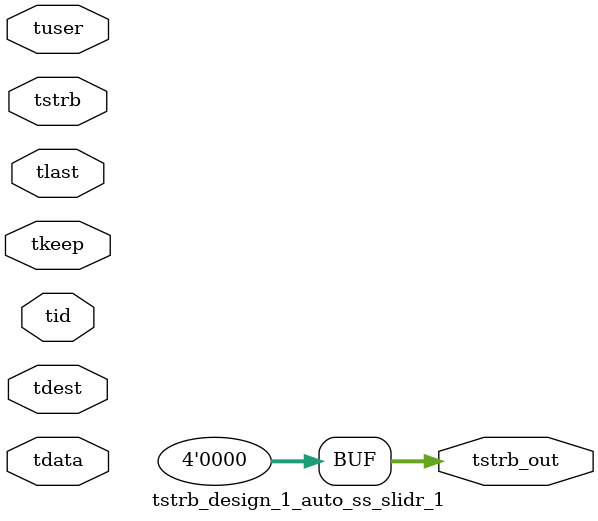
<source format=v>


`timescale 1ps/1ps

module tstrb_design_1_auto_ss_slidr_1 #
(
parameter C_S_AXIS_TDATA_WIDTH = 32,
parameter C_S_AXIS_TUSER_WIDTH = 0,
parameter C_S_AXIS_TID_WIDTH   = 0,
parameter C_S_AXIS_TDEST_WIDTH = 0,
parameter C_M_AXIS_TDATA_WIDTH = 32
)
(
input  [(C_S_AXIS_TDATA_WIDTH == 0 ? 1 : C_S_AXIS_TDATA_WIDTH)-1:0     ] tdata,
input  [(C_S_AXIS_TUSER_WIDTH == 0 ? 1 : C_S_AXIS_TUSER_WIDTH)-1:0     ] tuser,
input  [(C_S_AXIS_TID_WIDTH   == 0 ? 1 : C_S_AXIS_TID_WIDTH)-1:0       ] tid,
input  [(C_S_AXIS_TDEST_WIDTH == 0 ? 1 : C_S_AXIS_TDEST_WIDTH)-1:0     ] tdest,
input  [(C_S_AXIS_TDATA_WIDTH/8)-1:0 ] tkeep,
input  [(C_S_AXIS_TDATA_WIDTH/8)-1:0 ] tstrb,
input                                                                    tlast,
output [(C_M_AXIS_TDATA_WIDTH/8)-1:0 ] tstrb_out
);

assign tstrb_out = {1'b0};

endmodule


</source>
